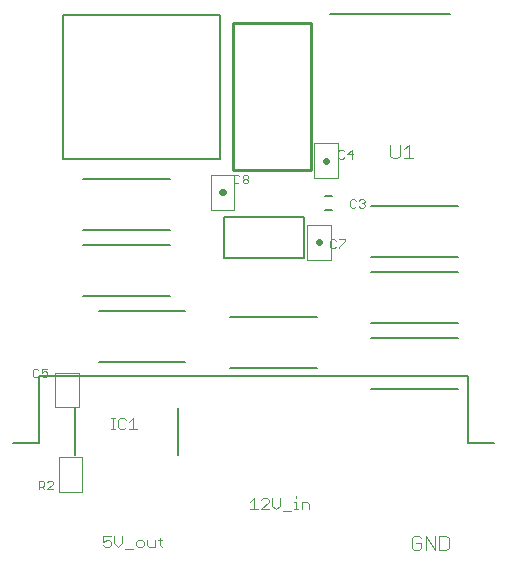
<source format=gto>
G75*
%MOIN*%
%OFA0B0*%
%FSLAX25Y25*%
%IPPOS*%
%LPD*%
%AMOC8*
5,1,8,0,0,1.08239X$1,22.5*
%
%ADD10C,0.00300*%
%ADD11C,0.00400*%
%ADD12C,0.00200*%
%ADD13C,0.02200*%
%ADD14C,0.00600*%
%ADD15C,0.01000*%
%ADD16C,0.00500*%
D10*
X0019250Y0045950D02*
X0019250Y0048852D01*
X0020701Y0048852D01*
X0021185Y0048369D01*
X0021185Y0047401D01*
X0020701Y0046917D01*
X0019250Y0046917D01*
X0020217Y0046917D02*
X0021185Y0045950D01*
X0022197Y0045950D02*
X0024131Y0047885D01*
X0024131Y0048369D01*
X0023648Y0048852D01*
X0022680Y0048852D01*
X0022197Y0048369D01*
X0022197Y0045950D02*
X0024131Y0045950D01*
X0040750Y0030453D02*
X0040750Y0028602D01*
X0041984Y0029219D01*
X0042602Y0029219D01*
X0043219Y0028602D01*
X0043219Y0027367D01*
X0042602Y0026750D01*
X0041367Y0026750D01*
X0040750Y0027367D01*
X0040750Y0030453D02*
X0043219Y0030453D01*
X0044433Y0030453D02*
X0044433Y0027984D01*
X0045668Y0026750D01*
X0046902Y0027984D01*
X0046902Y0030453D01*
X0048116Y0026133D02*
X0050585Y0026133D01*
X0051799Y0027367D02*
X0051799Y0028602D01*
X0052417Y0029219D01*
X0053651Y0029219D01*
X0054268Y0028602D01*
X0054268Y0027367D01*
X0053651Y0026750D01*
X0052417Y0026750D01*
X0051799Y0027367D01*
X0055483Y0027367D02*
X0056100Y0026750D01*
X0057951Y0026750D01*
X0057951Y0029219D01*
X0059166Y0029219D02*
X0060400Y0029219D01*
X0059783Y0029836D02*
X0059783Y0027367D01*
X0060400Y0026750D01*
X0055483Y0027367D02*
X0055483Y0029219D01*
X0051914Y0066042D02*
X0049445Y0066042D01*
X0050680Y0066042D02*
X0050680Y0069745D01*
X0049445Y0068511D01*
X0048231Y0069128D02*
X0047614Y0069745D01*
X0046379Y0069745D01*
X0045762Y0069128D01*
X0045762Y0066659D01*
X0046379Y0066042D01*
X0047614Y0066042D01*
X0048231Y0066659D01*
X0044541Y0066042D02*
X0043307Y0066042D01*
X0043924Y0066042D02*
X0043924Y0069745D01*
X0043307Y0069745D02*
X0044541Y0069745D01*
X0022138Y0083834D02*
X0021655Y0083350D01*
X0020687Y0083350D01*
X0020203Y0083834D01*
X0020203Y0084801D02*
X0021171Y0085285D01*
X0021655Y0085285D01*
X0022138Y0084801D01*
X0022138Y0083834D01*
X0020203Y0084801D02*
X0020203Y0086252D01*
X0022138Y0086252D01*
X0019192Y0085769D02*
X0018708Y0086252D01*
X0017741Y0086252D01*
X0017257Y0085769D01*
X0017257Y0083834D01*
X0017741Y0083350D01*
X0018708Y0083350D01*
X0019192Y0083834D01*
X0084257Y0148434D02*
X0084741Y0147950D01*
X0085708Y0147950D01*
X0086192Y0148434D01*
X0087203Y0148434D02*
X0087203Y0148917D01*
X0087687Y0149401D01*
X0088655Y0149401D01*
X0089138Y0148917D01*
X0089138Y0148434D01*
X0088655Y0147950D01*
X0087687Y0147950D01*
X0087203Y0148434D01*
X0087687Y0149401D02*
X0087203Y0149885D01*
X0087203Y0150369D01*
X0087687Y0150852D01*
X0088655Y0150852D01*
X0089138Y0150369D01*
X0089138Y0149885D01*
X0088655Y0149401D01*
X0086192Y0150369D02*
X0085708Y0150852D01*
X0084741Y0150852D01*
X0084257Y0150369D01*
X0084257Y0148434D01*
X0116387Y0128821D02*
X0116387Y0126886D01*
X0116870Y0126402D01*
X0117838Y0126402D01*
X0118322Y0126886D01*
X0119333Y0126886D02*
X0119333Y0126402D01*
X0119333Y0126886D02*
X0121268Y0128821D01*
X0121268Y0129305D01*
X0119333Y0129305D01*
X0118322Y0128821D02*
X0117838Y0129305D01*
X0116870Y0129305D01*
X0116387Y0128821D01*
X0123538Y0139835D02*
X0124505Y0139835D01*
X0124989Y0140319D01*
X0126001Y0140319D02*
X0126484Y0139835D01*
X0127452Y0139835D01*
X0127936Y0140319D01*
X0127936Y0140802D01*
X0127452Y0141286D01*
X0126968Y0141286D01*
X0127452Y0141286D02*
X0127936Y0141770D01*
X0127936Y0142254D01*
X0127452Y0142737D01*
X0126484Y0142737D01*
X0126001Y0142254D01*
X0124989Y0142254D02*
X0124505Y0142737D01*
X0123538Y0142737D01*
X0123054Y0142254D01*
X0123054Y0140319D01*
X0123538Y0139835D01*
X0123548Y0156203D02*
X0123548Y0159106D01*
X0122097Y0157655D01*
X0124031Y0157655D01*
X0121085Y0158622D02*
X0120601Y0159106D01*
X0119634Y0159106D01*
X0119150Y0158622D01*
X0119150Y0156687D01*
X0119634Y0156203D01*
X0120601Y0156203D01*
X0121085Y0156687D01*
X0105100Y0043670D02*
X0105100Y0043053D01*
X0105100Y0041819D02*
X0105100Y0039350D01*
X0104483Y0039350D02*
X0105717Y0039350D01*
X0106938Y0039350D02*
X0106938Y0041819D01*
X0108790Y0041819D01*
X0109407Y0041202D01*
X0109407Y0039350D01*
X0105100Y0041819D02*
X0104483Y0041819D01*
X0103268Y0038733D02*
X0100799Y0038733D01*
X0099585Y0040584D02*
X0099585Y0043053D01*
X0099585Y0040584D02*
X0098351Y0039350D01*
X0097116Y0040584D01*
X0097116Y0043053D01*
X0095902Y0042436D02*
X0095902Y0041819D01*
X0093433Y0039350D01*
X0095902Y0039350D01*
X0095902Y0042436D02*
X0095285Y0043053D01*
X0094050Y0043053D01*
X0093433Y0042436D01*
X0090984Y0043053D02*
X0090984Y0039350D01*
X0089750Y0039350D02*
X0092219Y0039350D01*
X0089750Y0041819D02*
X0090984Y0043053D01*
D11*
X0143600Y0029637D02*
X0143600Y0026567D01*
X0144367Y0025800D01*
X0145902Y0025800D01*
X0146669Y0026567D01*
X0146669Y0028102D01*
X0145135Y0028102D01*
X0146669Y0029637D02*
X0145902Y0030404D01*
X0144367Y0030404D01*
X0143600Y0029637D01*
X0148204Y0030404D02*
X0148204Y0025800D01*
X0151273Y0025800D02*
X0148204Y0030404D01*
X0151273Y0030404D02*
X0151273Y0025800D01*
X0152808Y0025800D02*
X0155110Y0025800D01*
X0155877Y0026567D01*
X0155877Y0029637D01*
X0155110Y0030404D01*
X0152808Y0030404D01*
X0152808Y0025800D01*
X0144173Y0156311D02*
X0141104Y0156311D01*
X0142639Y0156311D02*
X0142639Y0160915D01*
X0141104Y0159380D01*
X0139569Y0160915D02*
X0139569Y0157078D01*
X0138802Y0156311D01*
X0137267Y0156311D01*
X0136500Y0157078D01*
X0136500Y0160915D01*
D12*
X0118870Y0161353D02*
X0118870Y0149754D01*
X0111130Y0149754D01*
X0111130Y0161353D01*
X0118870Y0161353D01*
X0116600Y0134152D02*
X0108860Y0134152D01*
X0108860Y0122553D01*
X0116600Y0122553D01*
X0116600Y0134152D01*
X0084370Y0139201D02*
X0076630Y0139201D01*
X0076630Y0150799D01*
X0084370Y0150799D01*
X0084370Y0139201D01*
X0032570Y0084899D02*
X0032570Y0073301D01*
X0024830Y0073301D01*
X0024830Y0084899D01*
X0032570Y0084899D01*
X0033670Y0056699D02*
X0025930Y0056699D01*
X0025930Y0045101D01*
X0033670Y0045101D01*
X0033670Y0056699D01*
D13*
X0080380Y0145000D02*
X0080620Y0145000D01*
X0112610Y0128352D02*
X0112850Y0128352D01*
X0114880Y0155553D02*
X0115120Y0155553D01*
D14*
X0114723Y0143797D02*
X0117085Y0143797D01*
X0117085Y0139073D02*
X0114723Y0139073D01*
D15*
X0109992Y0152516D02*
X0084008Y0152516D01*
X0084008Y0201335D01*
X0109992Y0201335D01*
X0109992Y0152516D01*
D16*
X0107800Y0136900D02*
X0107800Y0123100D01*
X0081000Y0123100D01*
X0081000Y0136900D01*
X0107800Y0136900D01*
X0130130Y0140465D02*
X0158870Y0140465D01*
X0158870Y0123535D02*
X0130130Y0123535D01*
X0130130Y0118465D02*
X0158870Y0118465D01*
X0158870Y0101535D02*
X0130130Y0101535D01*
X0130130Y0096465D02*
X0158870Y0096465D01*
X0162217Y0083740D02*
X0162217Y0061693D01*
X0162217Y0061575D02*
X0171075Y0061575D01*
X0158870Y0079535D02*
X0130130Y0079535D01*
X0111870Y0086535D02*
X0083130Y0086535D01*
X0067970Y0088435D02*
X0039230Y0088435D01*
X0031522Y0072979D02*
X0031522Y0057585D01*
X0019500Y0061575D02*
X0010642Y0061575D01*
X0019500Y0061693D02*
X0019500Y0083740D01*
X0162217Y0083740D01*
X0111870Y0103465D02*
X0083130Y0103465D01*
X0067970Y0105365D02*
X0039230Y0105365D01*
X0034130Y0110535D02*
X0062870Y0110535D01*
X0062870Y0127465D02*
X0034130Y0127465D01*
X0034130Y0132535D02*
X0062870Y0132535D01*
X0062870Y0149465D02*
X0034130Y0149465D01*
X0027319Y0155984D02*
X0027319Y0204016D01*
X0079681Y0204016D01*
X0079681Y0155984D01*
X0027319Y0155984D01*
X0065616Y0072979D02*
X0065616Y0057585D01*
X0116500Y0204611D02*
X0156500Y0204611D01*
M02*

</source>
